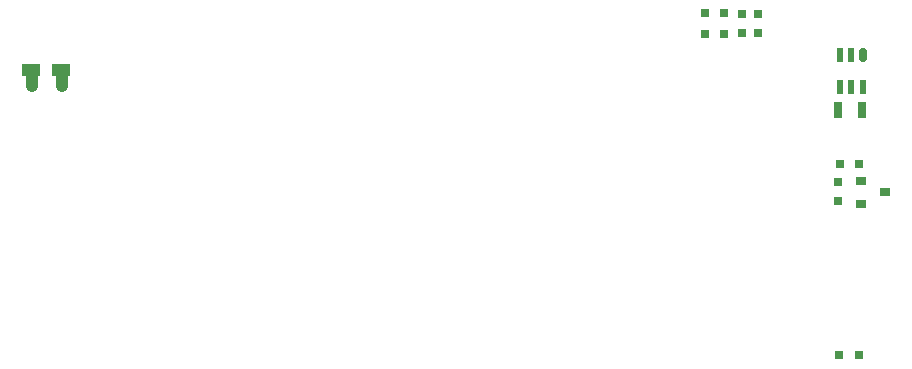
<source format=gtp>
G04*
G04 #@! TF.GenerationSoftware,Altium Limited,Altium Designer,22.1.2 (22)*
G04*
G04 Layer_Color=8421504*
%FSAX44Y44*%
%MOMM*%
G71*
G04*
G04 #@! TF.SameCoordinates,D4940EDF-FCE3-461B-A7F8-CC2F5B5D0F8E*
G04*
G04*
G04 #@! TF.FilePolarity,Positive*
G04*
G01*
G75*
%ADD13R,1.5000X1.0000*%
%ADD14R,0.8000X1.4000*%
%ADD15R,0.8000X0.8000*%
%ADD16R,0.8000X0.8000*%
%ADD17R,0.9500X0.8000*%
%ADD18R,0.6000X1.2000*%
G04:AMPARAMS|DCode=19|XSize=0.6mm|YSize=1.2mm|CornerRadius=0.15mm|HoleSize=0mm|Usage=FLASHONLY|Rotation=0.000|XOffset=0mm|YOffset=0mm|HoleType=Round|Shape=RoundedRectangle|*
%AMROUNDEDRECTD19*
21,1,0.6000,0.9000,0,0,0.0*
21,1,0.3000,1.2000,0,0,0.0*
1,1,0.3000,0.1500,-0.4500*
1,1,0.3000,-0.1500,-0.4500*
1,1,0.3000,-0.1500,0.4500*
1,1,0.3000,0.1500,0.4500*
%
%ADD19ROUNDEDRECTD19*%
%ADD20C,1.0000*%
D13*
X00222000Y00660000D02*
D03*
X00196000D02*
D03*
D14*
X00900000Y00626000D02*
D03*
X00880000D02*
D03*
D15*
X00881000Y00580000D02*
D03*
X00897500D02*
D03*
X00783250Y00708000D02*
D03*
X00766750D02*
D03*
X00783250Y00690000D02*
D03*
X00766750D02*
D03*
X00880750Y00418000D02*
D03*
X00897250D02*
D03*
D16*
X00798000Y00690750D02*
D03*
X00798000Y00707250D02*
D03*
X00880000Y00565250D02*
D03*
Y00548750D02*
D03*
X00812000Y00707250D02*
D03*
Y00690750D02*
D03*
D17*
X00899000Y00565500D02*
D03*
X00919000Y00556000D02*
D03*
X00899000Y00546500D02*
D03*
D18*
X00900500Y00645500D02*
D03*
X00891000Y00645500D02*
D03*
X00881500Y00645500D02*
D03*
Y00672500D02*
D03*
X00891000Y00672500D02*
D03*
D19*
X00900500Y00672500D02*
D03*
D20*
X00197000Y00646000D02*
Y00660000D01*
X00223000Y00646000D02*
Y00660000D01*
M02*

</source>
